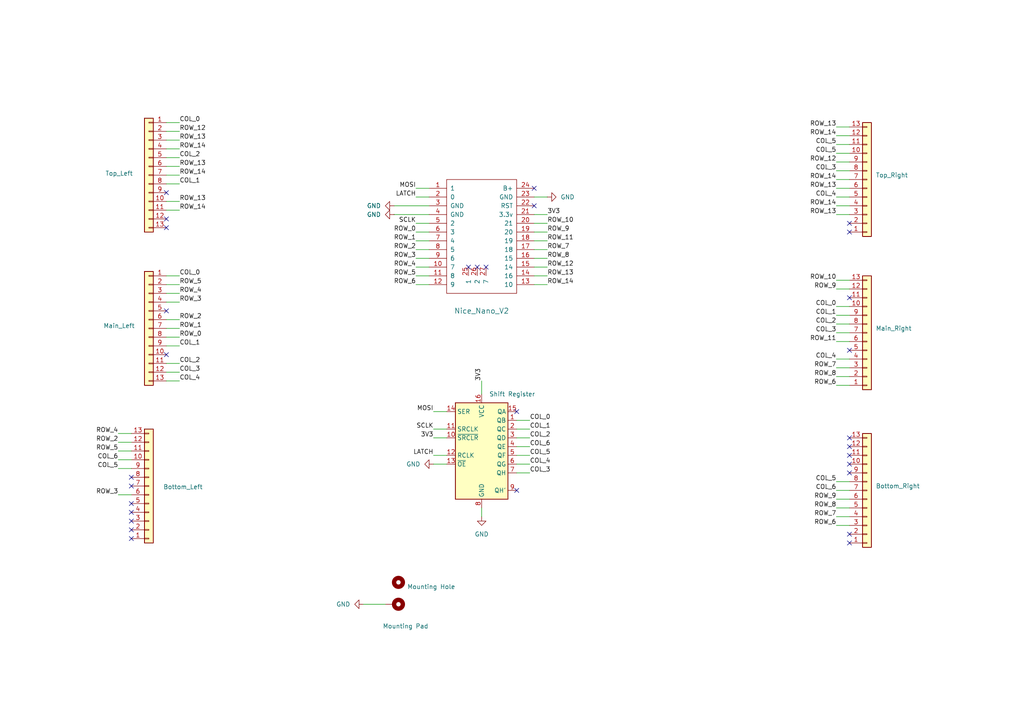
<source format=kicad_sch>
(kicad_sch (version 20231120) (generator "eeschema") (generator_version "8.0")
  (paper "A4")
  (title_block (title "Rasgueado") (date "2025-01-08") (rev "1.0.0") (company "Vanderley"))
  (lib_symbols
    (symbol "74xx:74HC595"
      (property "Reference" "U" (at -7.62 13.97 0))
      (property "Value" "74HC595" (at -7.62 -16.51 0))
      (symbol "74HC595_1_0"
        (pin tri_state line (at 10.16 7.62 180) (length 2.54) (name "QB") (number "1"))
        (pin input line (at -10.16 2.54 0) (length 2.54) (name "~{SRCLR}") (number "10"))
        (pin input line (at -10.16 5.08 0) (length 2.54) (name "SRCLK") (number "11"))
        (pin input line (at -10.16 -2.54 0) (length 2.54) (name "RCLK") (number "12"))
        (pin input line (at -10.16 -5.08 0) (length 2.54) (name "~{OE}") (number "13"))
        (pin input line (at -10.16 10.16 0) (length 2.54) (name "SER") (number "14"))
        (pin tri_state line (at 10.16 10.16 180) (length 2.54) (name "QA") (number "15"))
        (pin power_in line (at 0 15.24 270) (length 2.54) (name "VCC") (number "16"))
        (pin tri_state line (at 10.16 5.08 180) (length 2.54) (name "QC") (number "2"))
        (pin tri_state line (at 10.16 2.54 180) (length 2.54) (name "QD") (number "3"))
        (pin tri_state line (at 10.16 0 180) (length 2.54) (name "QE") (number "4"))
        (pin tri_state line (at 10.16 -2.54 180) (length 2.54) (name "QF") (number "5"))
        (pin tri_state line (at 10.16 -5.08 180) (length 2.54) (name "QG") (number "6"))
        (pin tri_state line (at 10.16 -7.62 180) (length 2.54) (name "QH") (number "7"))
        (pin power_in line (at 0 -17.78 90) (length 2.54) (name "GND") (number "8"))
        (pin output line (at 10.16 -12.7 180) (length 2.54) (name "QH'") (number "9"))
      )
      (symbol "74HC595_1_1"
        (rectangle (start -7.62 12.7) (end 7.62 -15.24) (stroke (width 0.254)) (fill (type background)))
      )
    )
    (symbol "Connector_Generic:Conn_01x13" (pin_names (offset 1.016) hide)
      (property "Reference" "J" (at 0 17.78 0))
      (property "Value" "Conn_01x13" (at 0 -17.78 0))
      (symbol "Conn_01x13_1_1"
        (rectangle (start -1.27 -15.113) (end 0 -15.367) (stroke (width 0.1524)))
        (rectangle (start -1.27 -12.573) (end 0 -12.827) (stroke (width 0.1524)))
        (rectangle (start -1.27 -10.033) (end 0 -10.287) (stroke (width 0.1524)))
        (rectangle (start -1.27 -7.493) (end 0 -7.747) (stroke (width 0.1524)))
        (rectangle (start -1.27 -4.953) (end 0 -5.207) (stroke (width 0.1524)))
        (rectangle (start -1.27 -2.413) (end 0 -2.667) (stroke (width 0.1524)))
        (rectangle (start -1.27 0.127) (end 0 -0.127) (stroke (width 0.1524)))
        (rectangle (start -1.27 2.667) (end 0 2.413) (stroke (width 0.1524)))
        (rectangle (start -1.27 5.207) (end 0 4.953) (stroke (width 0.1524)))
        (rectangle (start -1.27 7.747) (end 0 7.493) (stroke (width 0.1524)))
        (rectangle (start -1.27 10.287) (end 0 10.033) (stroke (width 0.1524)))
        (rectangle (start -1.27 12.827) (end 0 12.573) (stroke (width 0.1524)))
        (rectangle (start -1.27 15.367) (end 0 15.113) (stroke (width 0.1524)))
        (rectangle (start -1.27 16.51) (end 1.27 -16.51) (stroke (width 0.254)) (fill (type background)))
        (pin passive line (at -5.08 15.24 0) (length 3.81) (name "Pin_1") (number "1"))
        (pin passive line (at -5.08 -7.62 0) (length 3.81) (name "Pin_10") (number "10"))
        (pin passive line (at -5.08 -10.16 0) (length 3.81) (name "Pin_11") (number "11"))
        (pin passive line (at -5.08 -12.7 0) (length 3.81) (name "Pin_12") (number "12"))
        (pin passive line (at -5.08 -15.24 0) (length 3.81) (name "Pin_13") (number "13"))
        (pin passive line (at -5.08 12.7 0) (length 3.81) (name "Pin_2") (number "2"))
        (pin passive line (at -5.08 10.16 0) (length 3.81) (name "Pin_3") (number "3"))
        (pin passive line (at -5.08 7.62 0) (length 3.81) (name "Pin_4") (number "4"))
        (pin passive line (at -5.08 5.08 0) (length 3.81) (name "Pin_5") (number "5"))
        (pin passive line (at -5.08 2.54 0) (length 3.81) (name "Pin_6") (number "6"))
        (pin passive line (at -5.08 0 0) (length 3.81) (name "Pin_7") (number "7"))
        (pin passive line (at -5.08 -2.54 0) (length 3.81) (name "Pin_8") (number "8"))
        (pin passive line (at -5.08 -5.08 0) (length 3.81) (name "Pin_9") (number "9"))
      )
    )
    (symbol "Mechanical:MountingHole" (pin_names (offset 1.016)) (exclude_from_sim yes) (in_bom no)
      (property "Reference" "H" (at 0 5.08 0))
      (property "Value" "MountingHole" (at 0 3.175 0))
      (symbol "MountingHole_0_1"
        (circle (center 0 0) (radius 1.27) (stroke (width 1.27)))
      )
    )
    (symbol "Mechanical:MountingHole_Pad" (pin_numbers hide) (pin_names (offset 1.016) hide) (exclude_from_sim yes) (in_bom no)
      (property "Reference" "H" (at 0 6.35 0))
      (property "Value" "MountingHole_Pad" (at 0 4.445 0))
      (symbol "MountingHole_Pad_0_1"
        (circle (center 0 1.27) (radius 1.27) (stroke (width 1.27)))
      )
      (symbol "MountingHole_Pad_1_1"
        (pin input line (at 0 -2.54 90) (length 2.54) (name "1") (number "1"))
      )
    )
    (symbol "ScottoKeebs:MCU_Nice_Nano_V2" (pin_names (offset 1.016))
      (property "Reference" "U" (at 0 0 0))
      (property "Value" "Nice_Nano_V2" (at 0 -19.05 0))
      (symbol "MCU_Nice_Nano_V2_0_1"
        (rectangle (start -10.16 16.51) (end 10.16 -16.51))
      )
      (symbol "MCU_Nice_Nano_V2_1_1"
        (pin input line (at -15.24 13.97 0) (length 5.08) (name "1") (number "1"))
        (pin input line (at -15.24 -8.89 0) (length 5.08) (name "7") (number "10"))
        (pin input line (at -15.24 -11.43 0) (length 5.08) (name "8") (number "11"))
        (pin input line (at -15.24 -13.97 0) (length 5.08) (name "9") (number "12"))
        (pin input line (at 15.24 -13.97 180) (length 5.08) (name "10") (number "13"))
        (pin input line (at 15.24 -11.43 180) (length 5.08) (name "16") (number "14"))
        (pin input line (at 15.24 -8.89 180) (length 5.08) (name "14") (number "15"))
        (pin input line (at 15.24 -6.35 180) (length 5.08) (name "15") (number "16"))
        (pin input line (at 15.24 -3.81 180) (length 5.08) (name "18") (number "17"))
        (pin input line (at 15.24 -1.27 180) (length 5.08) (name "19") (number "18"))
        (pin input line (at 15.24 1.27 180) (length 5.08) (name "20") (number "19"))
        (pin input line (at -15.24 11.43 0) (length 5.08) (name "0") (number "2"))
        (pin input line (at 15.24 3.81 180) (length 5.08) (name "21") (number "20"))
        (pin input line (at 15.24 6.35 180) (length 5.08) (name "3.3v") (number "21"))
        (pin input line (at 15.24 8.89 180) (length 5.08) (name "RST") (number "22"))
        (pin input line (at 15.24 11.43 180) (length 5.08) (name "GND") (number "23"))
        (pin input line (at 15.24 13.97 180) (length 5.08) (name "B+") (number "24"))
        (pin input line (at -3.81 -8.89 270) (length 2.5) (name "1") (number "25"))
        (pin input line (at -1.27 -8.89 270) (length 2.5) (name "2") (number "26"))
        (pin input line (at 1.27 -8.89 270) (length 2.5) (name "7") (number "27"))
        (pin input line (at -15.24 8.89 0) (length 5.08) (name "GND") (number "3"))
        (pin input line (at -15.24 6.35 0) (length 5.08) (name "GND") (number "4"))
        (pin input line (at -15.24 3.81 0) (length 5.08) (name "2") (number "5"))
        (pin input line (at -15.24 1.27 0) (length 5.08) (name "3") (number "6"))
        (pin input line (at -15.24 -1.27 0) (length 5.08) (name "4") (number "7"))
        (pin input line (at -15.24 -3.81 0) (length 5.08) (name "5") (number "8"))
        (pin input line (at -15.24 -6.35 0) (length 5.08) (name "6") (number "9"))
      )
    )
    (symbol "power:GND" (power) (pin_numbers hide) (pin_names (offset 0) hide)
      (property "Value" "GND" (at 0 -3.81 0))
      (symbol "GND_0_1"
        (polyline (pts (xy 0 0) (xy 0 -1.27) (xy 1.27 -1.27) (xy 0 -2.54) (xy -1.27 -1.27) (xy 0 -1.27)))
      )
      (symbol "GND_1_1"
        (pin power_in line (at 0 0 270) (length 0) (name "~") (number "1"))
      )
    )
  )
  (no_connect (at 38.1 153.67))
  (no_connect (at 38.1 156.21))
  (no_connect (at 48.26 102.87))
  (no_connect (at 246.38 132.08))
  (no_connect (at 38.1 146.05))
  (no_connect (at 38.1 138.43))
  (no_connect (at 135.89 77.47))
  (no_connect (at 38.1 140.97))
  (no_connect (at 246.38 67.31))
  (no_connect (at 246.38 101.6))
  (no_connect (at 246.38 64.77))
  (no_connect (at 140.97 77.47))
  (no_connect (at 48.26 66.04))
  (no_connect (at 246.38 134.62))
  (no_connect (at 154.94 54.61))
  (no_connect (at 246.38 154.94))
  (no_connect (at 38.1 148.59))
  (no_connect (at 246.38 86.36))
  (no_connect (at 246.38 129.54))
  (no_connect (at 246.38 157.48))
  (no_connect (at 48.26 55.88))
  (no_connect (at 38.1 151.13))
  (no_connect (at 48.26 90.17))
  (no_connect (at 138.43 77.47))
  (no_connect (at 246.38 127))
  (no_connect (at 149.86 119.38))
  (no_connect (at 246.38 137.16))
  (no_connect (at 48.26 63.5))
  (no_connect (at 154.94 59.69))
  (no_connect (at 149.86 142.24))
  (wire (pts (xy 48.26 87.63) (xy 52.07 87.63)))
  (wire (pts (xy 120.65 72.39) (xy 124.46 72.39)))
  (wire (pts (xy 114.3 59.69) (xy 124.46 59.69)))
  (wire (pts (xy 242.57 39.37) (xy 246.38 39.37)))
  (wire (pts (xy 242.57 46.99) (xy 246.38 46.99)))
  (wire (pts (xy 48.26 50.8) (xy 52.07 50.8)))
  (wire (pts (xy 242.57 144.78) (xy 246.38 144.78)))
  (wire (pts (xy 125.73 119.38) (xy 129.54 119.38)))
  (wire (pts (xy 242.57 52.07) (xy 246.38 52.07)))
  (wire (pts (xy 158.75 67.31) (xy 154.94 67.31)))
  (wire (pts (xy 149.86 129.54) (xy 153.67 129.54)))
  (wire (pts (xy 242.57 49.53) (xy 246.38 49.53)))
  (wire (pts (xy 242.57 96.52) (xy 246.38 96.52)))
  (wire (pts (xy 242.57 91.44) (xy 246.38 91.44)))
  (wire (pts (xy 242.57 106.68) (xy 246.38 106.68)))
  (wire (pts (xy 139.7 110.49) (xy 139.7 114.3)))
  (wire (pts (xy 120.65 57.15) (xy 124.46 57.15)))
  (wire (pts (xy 149.86 121.92) (xy 153.67 121.92)))
  (wire (pts (xy 48.26 107.95) (xy 52.07 107.95)))
  (wire (pts (xy 48.26 105.41) (xy 52.07 105.41)))
  (wire (pts (xy 48.26 60.96) (xy 52.07 60.96)))
  (wire (pts (xy 120.65 69.85) (xy 124.46 69.85)))
  (wire (pts (xy 242.57 152.4) (xy 246.38 152.4)))
  (wire (pts (xy 149.86 127) (xy 153.67 127)))
  (wire (pts (xy 48.26 43.18) (xy 52.07 43.18)))
  (wire (pts (xy 125.73 134.62) (xy 129.54 134.62)))
  (wire (pts (xy 48.26 100.33) (xy 52.07 100.33)))
  (wire (pts (xy 48.26 53.34) (xy 52.07 53.34)))
  (wire (pts (xy 114.3 62.23) (xy 124.46 62.23)))
  (wire (pts (xy 158.75 74.93) (xy 154.94 74.93)))
  (wire (pts (xy 242.57 139.7) (xy 246.38 139.7)))
  (wire (pts (xy 242.57 59.69) (xy 246.38 59.69)))
  (wire (pts (xy 158.75 72.39) (xy 154.94 72.39)))
  (wire (pts (xy 149.86 132.08) (xy 153.67 132.08)))
  (wire (pts (xy 120.65 67.31) (xy 124.46 67.31)))
  (wire (pts (xy 242.57 147.32) (xy 246.38 147.32)))
  (wire (pts (xy 242.57 41.91) (xy 246.38 41.91)))
  (wire (pts (xy 48.26 85.09) (xy 52.07 85.09)))
  (wire (pts (xy 120.65 82.55) (xy 124.46 82.55)))
  (wire (pts (xy 158.75 77.47) (xy 154.94 77.47)))
  (wire (pts (xy 242.57 99.06) (xy 246.38 99.06)))
  (wire (pts (xy 154.94 57.15) (xy 158.75 57.15)))
  (wire (pts (xy 34.29 135.89) (xy 38.1 135.89)))
  (wire (pts (xy 48.26 45.72) (xy 52.07 45.72)))
  (wire (pts (xy 120.65 54.61) (xy 124.46 54.61)))
  (wire (pts (xy 154.94 62.23) (xy 158.75 62.23)))
  (wire (pts (xy 48.26 82.55) (xy 52.07 82.55)))
  (wire (pts (xy 242.57 44.45) (xy 246.38 44.45)))
  (wire (pts (xy 48.26 40.64) (xy 52.07 40.64)))
  (wire (pts (xy 242.57 54.61) (xy 246.38 54.61)))
  (wire (pts (xy 34.29 128.27) (xy 38.1 128.27)))
  (wire (pts (xy 158.75 69.85) (xy 154.94 69.85)))
  (wire (pts (xy 242.57 149.86) (xy 246.38 149.86)))
  (wire (pts (xy 242.57 62.23) (xy 246.38 62.23)))
  (wire (pts (xy 120.65 64.77) (xy 124.46 64.77)))
  (wire (pts (xy 48.26 58.42) (xy 52.07 58.42)))
  (wire (pts (xy 149.86 124.46) (xy 153.67 124.46)))
  (wire (pts (xy 48.26 48.26) (xy 52.07 48.26)))
  (wire (pts (xy 34.29 143.51) (xy 38.1 143.51)))
  (wire (pts (xy 242.57 88.9) (xy 246.38 88.9)))
  (wire (pts (xy 242.57 36.83) (xy 246.38 36.83)))
  (wire (pts (xy 48.26 95.25) (xy 52.07 95.25)))
  (wire (pts (xy 149.86 137.16) (xy 153.67 137.16)))
  (wire (pts (xy 48.26 97.79) (xy 52.07 97.79)))
  (wire (pts (xy 242.57 93.98) (xy 246.38 93.98)))
  (wire (pts (xy 48.26 110.49) (xy 52.07 110.49)))
  (wire (pts (xy 34.29 130.81) (xy 38.1 130.81)))
  (wire (pts (xy 242.57 142.24) (xy 246.38 142.24)))
  (wire (pts (xy 242.57 104.14) (xy 246.38 104.14)))
  (wire (pts (xy 120.65 74.93) (xy 124.46 74.93)))
  (wire (pts (xy 125.73 124.46) (xy 129.54 124.46)))
  (wire (pts (xy 48.26 80.01) (xy 52.07 80.01)))
  (wire (pts (xy 158.75 82.55) (xy 154.94 82.55)))
  (wire (pts (xy 125.73 127) (xy 129.54 127)))
  (wire (pts (xy 242.57 57.15) (xy 246.38 57.15)))
  (wire (pts (xy 34.29 133.35) (xy 38.1 133.35)))
  (wire (pts (xy 120.65 77.47) (xy 124.46 77.47)))
  (wire (pts (xy 48.26 38.1) (xy 52.07 38.1)))
  (wire (pts (xy 120.65 80.01) (xy 124.46 80.01)))
  (wire (pts (xy 242.57 111.76) (xy 246.38 111.76)))
  (wire (pts (xy 48.26 35.56) (xy 52.07 35.56)))
  (wire (pts (xy 242.57 81.28) (xy 246.38 81.28)))
  (wire (pts (xy 158.75 80.01) (xy 154.94 80.01)))
  (wire (pts (xy 158.75 64.77) (xy 154.94 64.77)))
  (wire (pts (xy 242.57 109.22) (xy 246.38 109.22)))
  (wire (pts (xy 125.73 132.08) (xy 129.54 132.08)))
  (wire (pts (xy 105.41 175.26) (xy 111.76 175.26)))
  (wire (pts (xy 149.86 134.62) (xy 153.67 134.62)))
  (wire (pts (xy 34.29 125.73) (xy 38.1 125.73)))
  (wire (pts (xy 139.7 147.32) (xy 139.7 149.86)))
  (wire (pts (xy 48.26 92.71) (xy 52.07 92.71)))
  (wire (pts (xy 242.57 83.82) (xy 246.38 83.82)))
  (label "ROW_7" (at 242.57 149.86 180))
  (label "ROW_1" (at 120.65 69.85 180))
  (label "ROW_9" (at 158.75 67.31 0))
  (label "ROW_8" (at 242.57 109.22 180))
  (label "ROW_13" (at 242.57 54.61 180))
  (label "ROW_4" (at 120.65 77.47 180))
  (label "COL_3" (at 52.07 107.95 0))
  (label "ROW_4" (at 52.07 85.09 0))
  (label "ROW_2" (at 34.29 128.27 180))
  (label "ROW_13" (at 52.07 58.42 0))
  (label "ROW_10" (at 242.57 81.28 180))
  (label "COL_1" (at 52.07 100.33 0))
  (label "ROW_5" (at 52.07 82.55 0))
  (label "MOSI" (at 125.73 119.38 180))
  (label "ROW_14" (at 242.57 39.37 180))
  (label "COL_6" (at 34.29 133.35 180))
  (label "ROW_3" (at 52.07 87.63 0))
  (label "3V3" (at 158.75 62.23 0))
  (label "3V3" (at 139.7 110.49 90))
  (label "ROW_8" (at 242.57 147.32 180))
  (label "ROW_14" (at 52.07 43.18 0))
  (label "3V3" (at 125.73 127 180))
  (label "COL_1" (at 242.57 91.44 180))
  (label "SCLK" (at 125.73 124.46 180))
  (label "COL_6" (at 242.57 142.24 180))
  (label "COL_1" (at 52.07 53.34 0))
  (label "COL_4" (at 52.07 110.49 0))
  (label "COL_5" (at 242.57 139.7 180))
  (label "ROW_8" (at 158.75 74.93 0))
  (label "ROW_11" (at 158.75 69.85 0))
  (label "COL_3" (at 242.57 49.53 180))
  (label "ROW_13" (at 242.57 62.23 180))
  (label "ROW_7" (at 158.75 72.39 0))
  (label "MOSI" (at 120.65 54.61 180))
  (label "COL_0" (at 242.57 88.9 180))
  (label "ROW_14" (at 52.07 60.96 0))
  (label "COL_5" (at 242.57 44.45 180))
  (label "ROW_13" (at 242.57 36.83 180))
  (label "ROW_14" (at 158.75 82.55 0))
  (label "ROW_3" (at 120.65 74.93 180))
  (label "ROW_13" (at 52.07 48.26 0))
  (label "COL_5" (at 34.29 135.89 180))
  (label "COL_6" (at 153.67 129.54 0))
  (label "ROW_5" (at 34.29 130.81 180))
  (label "ROW_2" (at 120.65 72.39 180))
  (label "LATCH" (at 125.73 132.08 180))
  (label "ROW_2" (at 52.07 92.71 0))
  (label "COL_2" (at 153.67 127 0))
  (label "COL_4" (at 242.57 57.15 180))
  (label "ROW_6" (at 120.65 82.55 180))
  (label "ROW_10" (at 158.75 64.77 0))
  (label "ROW_14" (at 52.07 50.8 0))
  (label "ROW_6" (at 242.57 152.4 180))
  (label "COL_3" (at 153.67 137.16 0))
  (label "ROW_11" (at 242.57 99.06 180))
  (label "LATCH" (at 120.65 57.15 180))
  (label "COL_4" (at 153.67 134.62 0))
  (label "ROW_4" (at 34.29 125.73 180))
  (label "ROW_12" (at 52.07 38.1 0))
  (label "ROW_5" (at 120.65 80.01 180))
  (label "ROW_1" (at 52.07 95.25 0))
  (label "SCLK" (at 120.65 64.77 180))
  (label "COL_2" (at 242.57 93.98 180))
  (label "COL_3" (at 242.57 96.52 180))
  (label "ROW_0" (at 52.07 97.79 0))
  (label "COL_2" (at 52.07 105.41 0))
  (label "COL_0" (at 52.07 80.01 0))
  (label "COL_0" (at 153.67 121.92 0))
  (label "COL_1" (at 153.67 124.46 0))
  (label "ROW_12" (at 242.57 46.99 180))
  (label "ROW_9" (at 242.57 83.82 180))
  (label "COL_0" (at 52.07 35.56 0))
  (label "ROW_14" (at 242.57 59.69 180))
  (label "COL_2" (at 52.07 45.72 0))
  (label "ROW_7" (at 242.57 106.68 180))
  (label "ROW_13" (at 52.07 40.64 0))
  (label "ROW_12" (at 158.75 77.47 0))
  (label "ROW_0" (at 120.65 67.31 180))
  (label "COL_5" (at 242.57 41.91 180))
  (label "ROW_6" (at 242.57 111.76 180))
  (label "COL_4" (at 242.57 104.14 180))
  (label "COL_5" (at 153.67 132.08 0))
  (label "ROW_13" (at 158.75 80.01 0))
  (label "ROW_3" (at 34.29 143.51 180))
  (label "ROW_14" (at 242.57 52.07 180))
  (label "ROW_9" (at 242.57 144.78 180))
  (symbol (lib_id "power:GND") (at 139.7 149.86 0) (unit 1)
    (property "Reference" "#PWR02" (effects (hide yes)))
    (property "Value" "GND" (at 139.7 154.94 0))
    (property "Description" "Power symbol creates a global label with name \"GND\" , ground" (effects (hide yes)))
  )
  (symbol (lib_id "power:GND") (at 114.3 62.23 270) (unit 1)
    (property "Reference" "#PWR05" (effects (hide yes)))
    (property "Value" "GND" (at 110.49 62.2299 90) (effects (justify right)))
    (property "Description" "Power symbol creates a global label with name \"GND\" , ground" (effects (hide yes)))
  )
  (symbol (lib_id "Connector_Generic:Conn_01x13") (at 251.46 96.52 0) (mirror x) (unit 1)
    (property "Reference" "J5" (effects (hide yes)))
    (property "Value" "Main_Right" (at 254 95.2501 0) (effects (justify left)))
    (property "Footprint" "Rasgueado_Lib:39-53-2135" (effects (hide yes)))
    (property "Description" "Generic connector, single row, 01x13, script generated (kicad-library-utils/schlib/autogen/connector/)" (effects (hide yes)))
  )
  (symbol (lib_id "power:GND") (at 114.3 59.69 270) (unit 1)
    (property "Reference" "#PWR04" (effects (hide yes)))
    (property "Value" "GND" (at 110.49 59.6899 90) (effects (justify right)))
    (property "Description" "Power symbol creates a global label with name \"GND\" , ground" (effects (hide yes)))
  )
  (symbol (lib_id "Mechanical:MountingHole") (at 115.57 168.91 0) (unit 1) (exclude_from_sim yes) (in_bom no)
    (property "Reference" "H2" (effects (hide yes)))
    (property "Value" "Mounting Hole" (at 118.11 170.1799 0) (effects (justify left)))
    (property "Footprint" "MountingHole:MountingHole_6mm" (effects (hide yes)))
    (property "Description" "Mounting Hole without connection" (effects (hide yes)))
  )
  (symbol (lib_id "Connector_Generic:Conn_01x13") (at 43.18 140.97 0) (mirror x) (unit 1)
    (property "Reference" "J3" (effects (hide yes)))
    (property "Value" "Bottom_Left" (at 53.086 141.224 0))
    (property "Footprint" "Rasgueado_Lib:39-53-2135" (effects (hide yes)))
    (property "Description" "Generic connector, single row, 01x13, script generated (kicad-library-utils/schlib/autogen/connector/)" (effects (hide yes)))
  )
  (symbol (lib_id "Mechanical:MountingHole_Pad") (at 114.3 175.26 270) (unit 1) (exclude_from_sim yes) (in_bom no)
    (property "Reference" "H1" (effects (hide yes)))
    (property "Value" "Mounting Pad" (at 110.998 181.61 90) (effects (justify left)))
    (property "Footprint" "MountingHole:MountingHole_4.3mm_M4_Pad" (effects (hide yes)))
    (property "Description" "Mounting Hole with connection" (effects (hide yes)))
  )
  (symbol (lib_id "Connector_Generic:Conn_01x13") (at 43.18 95.25 0) (mirror y) (unit 1)
    (property "Reference" "J2" (effects (hide yes)))
    (property "Value" "Main_Left" (at 34.544 94.488 0))
    (property "Footprint" "Rasgueado_Lib:39-53-2135" (effects (hide yes)))
    (property "Description" "Generic connector, single row, 01x13, script generated (kicad-library-utils/schlib/autogen/connector/)" (effects (hide yes)))
  )
  (symbol (lib_id "power:GND") (at 158.75 57.15 90) (unit 1)
    (property "Reference" "#PWR06" (effects (hide yes)))
    (property "Value" "GND" (at 162.56 57.1499 90) (effects (justify right)))
    (property "Description" "Power symbol creates a global label with name \"GND\" , ground" (effects (hide yes)))
  )
  (symbol (lib_id "Connector_Generic:Conn_01x13") (at 251.46 142.24 0) (mirror x) (unit 1)
    (property "Reference" "J6" (effects (hide yes)))
    (property "Value" "Bottom_Right" (at 254 140.9701 0) (effects (justify left)))
    (property "Footprint" "Rasgueado_Lib:39-53-2135" (effects (hide yes)))
    (property "Description" "Generic connector, single row, 01x13, script generated (kicad-library-utils/schlib/autogen/connector/)" (effects (hide yes)))
  )
  (symbol (lib_id "Connector_Generic:Conn_01x13") (at 43.18 50.8 0) (mirror y) (unit 1)
    (property "Reference" "J1" (effects (hide yes)))
    (property "Value" "Top_Left" (at 34.544 50.292 0))
    (property "Footprint" "Rasgueado_Lib:39-53-2135" (effects (hide yes)))
    (property "Description" "Generic connector, single row, 01x13, script generated (kicad-library-utils/schlib/autogen/connector/)" (effects (hide yes)))
  )
  (symbol (lib_id "power:GND") (at 125.73 134.62 270) (unit 1)
    (property "Reference" "#PWR03" (effects (hide yes)))
    (property "Value" "GND" (at 121.92 134.6199 90) (effects (justify right)))
    (property "Description" "Power symbol creates a global label with name \"GND\" , ground" (effects (hide yes)))
  )
  (symbol (lib_id "74xx:74HC595") (at 139.7 129.54 0) (unit 1)
    (property "Reference" "U2" (effects (hide yes)))
    (property "Value" "Shift Register" (at 141.8941 114.3 0) (effects (justify left)))
    (property "Footprint" "Package_DIP:DIP-16_W7.62mm" (effects (hide yes)))
    (property "Datasheet" "http://www.ti.com/lit/ds/symlink/sn74hc595.pdf" (effects (hide yes)))
    (property "Description" "8-bit serial in/out Shift Register 3-State Outputs" (effects (hide yes)))
  )
  (symbol (lib_id "power:GND") (at 105.41 175.26 270) (unit 1)
    (property "Reference" "#PWR01" (effects (hide yes)))
    (property "Value" "GND" (at 101.6 175.2599 90) (effects (justify right)))
    (property "Description" "Power symbol creates a global label with name \"GND\" , ground" (effects (hide yes)))
  )
  (symbol (lib_id "ScottoKeebs:MCU_Nice_Nano_V2") (at 139.7 68.58 0) (unit 1)
    (property "Reference" "U1" (effects (hide yes)))
    (property "Value" "Nice_Nano_V2" (at 139.7 90.17 0) (effects (font (size 1.524 1.524))))
    (property "Footprint" "ScottoKeebs_MCU:Nice_Nano_V2" (effects (hide yes)))
  )
  (symbol (lib_id "Connector_Generic:Conn_01x13") (at 251.46 52.07 0) (mirror x) (unit 1)
    (property "Reference" "J4" (effects (hide yes)))
    (property "Value" "Top_Right" (at 254 50.8001 0) (effects (justify left)))
    (property "Footprint" "Rasgueado_Lib:39-53-2135" (effects (hide yes)))
    (property "Description" "Generic connector, single row, 01x13, script generated (kicad-library-utils/schlib/autogen/connector/)" (effects (hide yes)))
  )
)
</source>
